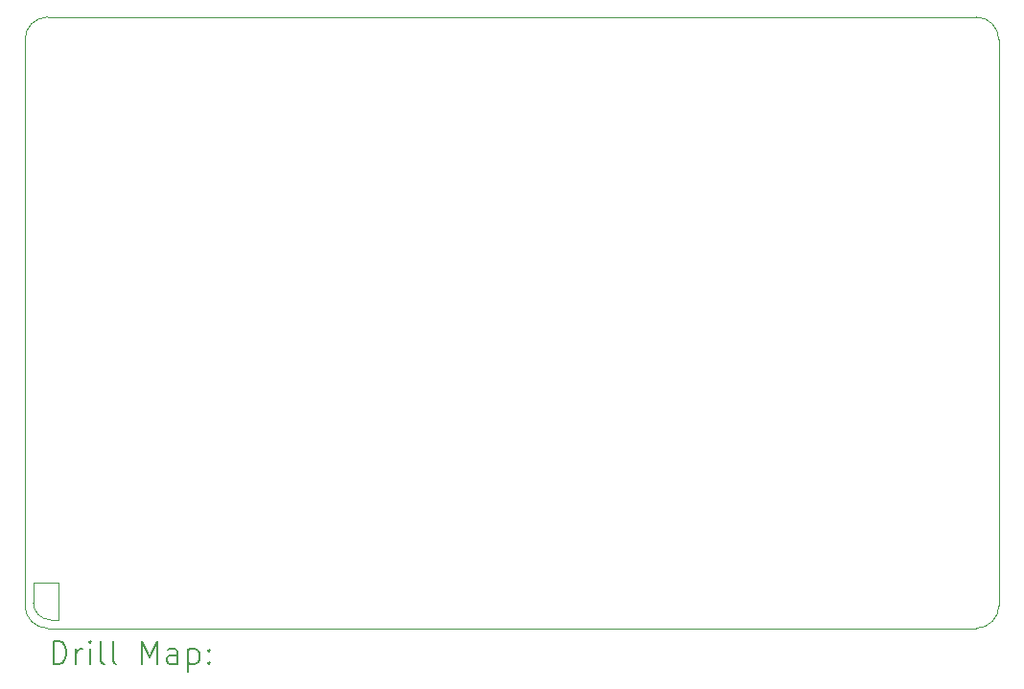
<source format=gbr>
%TF.GenerationSoftware,KiCad,Pcbnew,6.0.9*%
%TF.CreationDate,2022-11-22T21:59:40-08:00*%
%TF.ProjectId,hack_license,6861636b-5f6c-4696-9365-6e73652e6b69,rev?*%
%TF.SameCoordinates,Original*%
%TF.FileFunction,Drillmap*%
%TF.FilePolarity,Positive*%
%FSLAX45Y45*%
G04 Gerber Fmt 4.5, Leading zero omitted, Abs format (unit mm)*
G04 Created by KiCad (PCBNEW 6.0.9) date 2022-11-22 21:59:40*
%MOMM*%
%LPD*%
G01*
G04 APERTURE LIST*
%ADD10C,0.100000*%
%ADD11C,0.200000*%
G04 APERTURE END LIST*
D10*
X9300000Y-10600000D02*
X9300000Y-5600000D01*
X9375000Y-10400000D02*
X9600000Y-10400000D01*
X9600000Y-10725000D02*
X9525000Y-10725000D01*
X9300000Y-10600000D02*
G75*
G03*
X9500000Y-10800000I200000J0D01*
G01*
X17700000Y-10800000D02*
X9500000Y-10800000D01*
X9500000Y-5400000D02*
X17700000Y-5400000D01*
X17700000Y-10800000D02*
G75*
G03*
X17900000Y-10600000I0J200000D01*
G01*
X9375000Y-10575000D02*
X9375000Y-10400000D01*
X9600000Y-10400000D02*
X9600000Y-10725000D01*
X17900000Y-5600000D02*
X17900000Y-10600000D01*
X9500000Y-5400000D02*
G75*
G03*
X9300000Y-5600000I0J-200000D01*
G01*
X17900000Y-5600000D02*
G75*
G03*
X17700000Y-5400000I-200000J0D01*
G01*
X9375000Y-10575000D02*
G75*
G03*
X9525000Y-10725000I150000J0D01*
G01*
D11*
X9552619Y-11115476D02*
X9552619Y-10915476D01*
X9600238Y-10915476D01*
X9628810Y-10925000D01*
X9647857Y-10944048D01*
X9657381Y-10963095D01*
X9666905Y-11001190D01*
X9666905Y-11029762D01*
X9657381Y-11067857D01*
X9647857Y-11086905D01*
X9628810Y-11105952D01*
X9600238Y-11115476D01*
X9552619Y-11115476D01*
X9752619Y-11115476D02*
X9752619Y-10982143D01*
X9752619Y-11020238D02*
X9762143Y-11001190D01*
X9771667Y-10991667D01*
X9790714Y-10982143D01*
X9809762Y-10982143D01*
X9876429Y-11115476D02*
X9876429Y-10982143D01*
X9876429Y-10915476D02*
X9866905Y-10925000D01*
X9876429Y-10934524D01*
X9885952Y-10925000D01*
X9876429Y-10915476D01*
X9876429Y-10934524D01*
X10000238Y-11115476D02*
X9981190Y-11105952D01*
X9971667Y-11086905D01*
X9971667Y-10915476D01*
X10105000Y-11115476D02*
X10085952Y-11105952D01*
X10076429Y-11086905D01*
X10076429Y-10915476D01*
X10333571Y-11115476D02*
X10333571Y-10915476D01*
X10400238Y-11058333D01*
X10466905Y-10915476D01*
X10466905Y-11115476D01*
X10647857Y-11115476D02*
X10647857Y-11010714D01*
X10638333Y-10991667D01*
X10619286Y-10982143D01*
X10581190Y-10982143D01*
X10562143Y-10991667D01*
X10647857Y-11105952D02*
X10628810Y-11115476D01*
X10581190Y-11115476D01*
X10562143Y-11105952D01*
X10552619Y-11086905D01*
X10552619Y-11067857D01*
X10562143Y-11048810D01*
X10581190Y-11039286D01*
X10628810Y-11039286D01*
X10647857Y-11029762D01*
X10743095Y-10982143D02*
X10743095Y-11182143D01*
X10743095Y-10991667D02*
X10762143Y-10982143D01*
X10800238Y-10982143D01*
X10819286Y-10991667D01*
X10828810Y-11001190D01*
X10838333Y-11020238D01*
X10838333Y-11077381D01*
X10828810Y-11096429D01*
X10819286Y-11105952D01*
X10800238Y-11115476D01*
X10762143Y-11115476D01*
X10743095Y-11105952D01*
X10924048Y-11096429D02*
X10933571Y-11105952D01*
X10924048Y-11115476D01*
X10914524Y-11105952D01*
X10924048Y-11096429D01*
X10924048Y-11115476D01*
X10924048Y-10991667D02*
X10933571Y-11001190D01*
X10924048Y-11010714D01*
X10914524Y-11001190D01*
X10924048Y-10991667D01*
X10924048Y-11010714D01*
M02*

</source>
